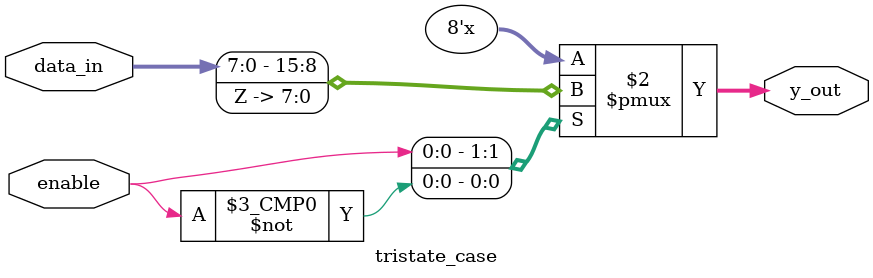
<source format=v>
`timescale 1ns / 1ps
`define DATA_WIDTH 8
module tristate_case(
                        input [`DATA_WIDTH-1:0] data_in,
                        input enable,
                        output reg [`DATA_WIDTH-1:0]y_out);

always@*
begin
    case (enable)
    'b1: y_out=data_in;
    'b0:y_out='bZ;
    default: y_out='b0;
    endcase
end
endmodule
</source>
